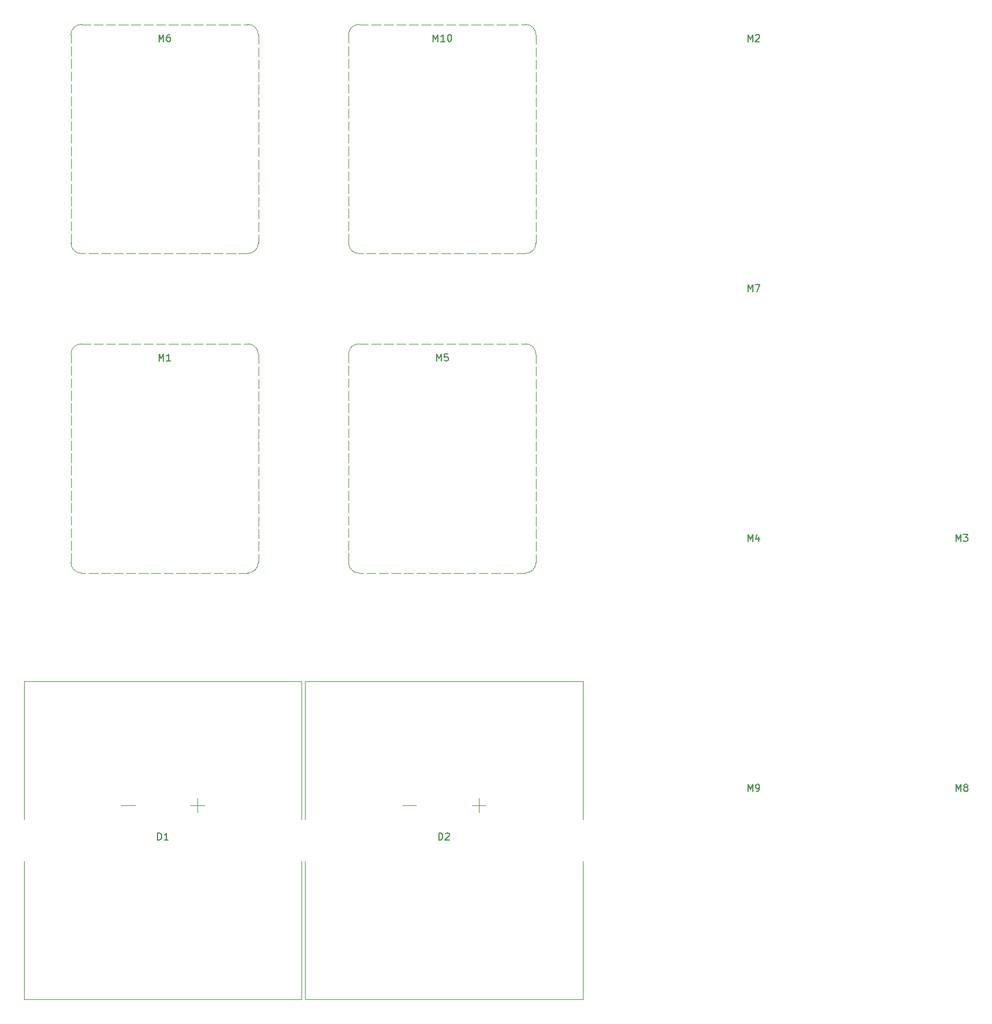
<source format=gbr>
%TF.GenerationSoftware,KiCad,Pcbnew,7.0.11+dfsg-1build4*%
%TF.CreationDate,2025-08-11T18:09:29+02:00*%
%TF.ProjectId,pendulum,70656e64-756c-4756-9d2e-6b696361645f,rev?*%
%TF.SameCoordinates,Original*%
%TF.FileFunction,Legend,Top*%
%TF.FilePolarity,Positive*%
%FSLAX46Y46*%
G04 Gerber Fmt 4.6, Leading zero omitted, Abs format (unit mm)*
G04 Created by KiCad (PCBNEW 7.0.11+dfsg-1build4) date 2025-08-11 18:09:29*
%MOMM*%
%LPD*%
G01*
G04 APERTURE LIST*
%ADD10C,0.150000*%
%ADD11C,0.120000*%
G04 APERTURE END LIST*
D10*
X185590476Y-112404819D02*
X185590476Y-111404819D01*
X185590476Y-111404819D02*
X185923809Y-112119104D01*
X185923809Y-112119104D02*
X186257142Y-111404819D01*
X186257142Y-111404819D02*
X186257142Y-112404819D01*
X187209523Y-111404819D02*
X186733333Y-111404819D01*
X186733333Y-111404819D02*
X186685714Y-111881009D01*
X186685714Y-111881009D02*
X186733333Y-111833390D01*
X186733333Y-111833390D02*
X186828571Y-111785771D01*
X186828571Y-111785771D02*
X187066666Y-111785771D01*
X187066666Y-111785771D02*
X187161904Y-111833390D01*
X187161904Y-111833390D02*
X187209523Y-111881009D01*
X187209523Y-111881009D02*
X187257142Y-111976247D01*
X187257142Y-111976247D02*
X187257142Y-112214342D01*
X187257142Y-112214342D02*
X187209523Y-112309580D01*
X187209523Y-112309580D02*
X187161904Y-112357200D01*
X187161904Y-112357200D02*
X187066666Y-112404819D01*
X187066666Y-112404819D02*
X186828571Y-112404819D01*
X186828571Y-112404819D02*
X186733333Y-112357200D01*
X186733333Y-112357200D02*
X186685714Y-112309580D01*
X185911905Y-181404819D02*
X185911905Y-180404819D01*
X185911905Y-180404819D02*
X186150000Y-180404819D01*
X186150000Y-180404819D02*
X186292857Y-180452438D01*
X186292857Y-180452438D02*
X186388095Y-180547676D01*
X186388095Y-180547676D02*
X186435714Y-180642914D01*
X186435714Y-180642914D02*
X186483333Y-180833390D01*
X186483333Y-180833390D02*
X186483333Y-180976247D01*
X186483333Y-180976247D02*
X186435714Y-181166723D01*
X186435714Y-181166723D02*
X186388095Y-181261961D01*
X186388095Y-181261961D02*
X186292857Y-181357200D01*
X186292857Y-181357200D02*
X186150000Y-181404819D01*
X186150000Y-181404819D02*
X185911905Y-181404819D01*
X186864286Y-180500057D02*
X186911905Y-180452438D01*
X186911905Y-180452438D02*
X187007143Y-180404819D01*
X187007143Y-180404819D02*
X187245238Y-180404819D01*
X187245238Y-180404819D02*
X187340476Y-180452438D01*
X187340476Y-180452438D02*
X187388095Y-180500057D01*
X187388095Y-180500057D02*
X187435714Y-180595295D01*
X187435714Y-180595295D02*
X187435714Y-180690533D01*
X187435714Y-180690533D02*
X187388095Y-180833390D01*
X187388095Y-180833390D02*
X186816667Y-181404819D01*
X186816667Y-181404819D02*
X187435714Y-181404819D01*
X230440476Y-138404819D02*
X230440476Y-137404819D01*
X230440476Y-137404819D02*
X230773809Y-138119104D01*
X230773809Y-138119104D02*
X231107142Y-137404819D01*
X231107142Y-137404819D02*
X231107142Y-138404819D01*
X232011904Y-137738152D02*
X232011904Y-138404819D01*
X231773809Y-137357200D02*
X231535714Y-138071485D01*
X231535714Y-138071485D02*
X232154761Y-138071485D01*
X145411905Y-181404819D02*
X145411905Y-180404819D01*
X145411905Y-180404819D02*
X145650000Y-180404819D01*
X145650000Y-180404819D02*
X145792857Y-180452438D01*
X145792857Y-180452438D02*
X145888095Y-180547676D01*
X145888095Y-180547676D02*
X145935714Y-180642914D01*
X145935714Y-180642914D02*
X145983333Y-180833390D01*
X145983333Y-180833390D02*
X145983333Y-180976247D01*
X145983333Y-180976247D02*
X145935714Y-181166723D01*
X145935714Y-181166723D02*
X145888095Y-181261961D01*
X145888095Y-181261961D02*
X145792857Y-181357200D01*
X145792857Y-181357200D02*
X145650000Y-181404819D01*
X145650000Y-181404819D02*
X145411905Y-181404819D01*
X146935714Y-181404819D02*
X146364286Y-181404819D01*
X146650000Y-181404819D02*
X146650000Y-180404819D01*
X146650000Y-180404819D02*
X146554762Y-180547676D01*
X146554762Y-180547676D02*
X146459524Y-180642914D01*
X146459524Y-180642914D02*
X146364286Y-180690533D01*
X185114286Y-66404819D02*
X185114286Y-65404819D01*
X185114286Y-65404819D02*
X185447619Y-66119104D01*
X185447619Y-66119104D02*
X185780952Y-65404819D01*
X185780952Y-65404819D02*
X185780952Y-66404819D01*
X186780952Y-66404819D02*
X186209524Y-66404819D01*
X186495238Y-66404819D02*
X186495238Y-65404819D01*
X186495238Y-65404819D02*
X186400000Y-65547676D01*
X186400000Y-65547676D02*
X186304762Y-65642914D01*
X186304762Y-65642914D02*
X186209524Y-65690533D01*
X187400000Y-65404819D02*
X187495238Y-65404819D01*
X187495238Y-65404819D02*
X187590476Y-65452438D01*
X187590476Y-65452438D02*
X187638095Y-65500057D01*
X187638095Y-65500057D02*
X187685714Y-65595295D01*
X187685714Y-65595295D02*
X187733333Y-65785771D01*
X187733333Y-65785771D02*
X187733333Y-66023866D01*
X187733333Y-66023866D02*
X187685714Y-66214342D01*
X187685714Y-66214342D02*
X187638095Y-66309580D01*
X187638095Y-66309580D02*
X187590476Y-66357200D01*
X187590476Y-66357200D02*
X187495238Y-66404819D01*
X187495238Y-66404819D02*
X187400000Y-66404819D01*
X187400000Y-66404819D02*
X187304762Y-66357200D01*
X187304762Y-66357200D02*
X187257143Y-66309580D01*
X187257143Y-66309580D02*
X187209524Y-66214342D01*
X187209524Y-66214342D02*
X187161905Y-66023866D01*
X187161905Y-66023866D02*
X187161905Y-65785771D01*
X187161905Y-65785771D02*
X187209524Y-65595295D01*
X187209524Y-65595295D02*
X187257143Y-65500057D01*
X187257143Y-65500057D02*
X187304762Y-65452438D01*
X187304762Y-65452438D02*
X187400000Y-65404819D01*
X145590476Y-112404819D02*
X145590476Y-111404819D01*
X145590476Y-111404819D02*
X145923809Y-112119104D01*
X145923809Y-112119104D02*
X146257142Y-111404819D01*
X146257142Y-111404819D02*
X146257142Y-112404819D01*
X147257142Y-112404819D02*
X146685714Y-112404819D01*
X146971428Y-112404819D02*
X146971428Y-111404819D01*
X146971428Y-111404819D02*
X146876190Y-111547676D01*
X146876190Y-111547676D02*
X146780952Y-111642914D01*
X146780952Y-111642914D02*
X146685714Y-111690533D01*
X230440476Y-66404819D02*
X230440476Y-65404819D01*
X230440476Y-65404819D02*
X230773809Y-66119104D01*
X230773809Y-66119104D02*
X231107142Y-65404819D01*
X231107142Y-65404819D02*
X231107142Y-66404819D01*
X231535714Y-65500057D02*
X231583333Y-65452438D01*
X231583333Y-65452438D02*
X231678571Y-65404819D01*
X231678571Y-65404819D02*
X231916666Y-65404819D01*
X231916666Y-65404819D02*
X232011904Y-65452438D01*
X232011904Y-65452438D02*
X232059523Y-65500057D01*
X232059523Y-65500057D02*
X232107142Y-65595295D01*
X232107142Y-65595295D02*
X232107142Y-65690533D01*
X232107142Y-65690533D02*
X232059523Y-65833390D01*
X232059523Y-65833390D02*
X231488095Y-66404819D01*
X231488095Y-66404819D02*
X232107142Y-66404819D01*
X260440476Y-174404819D02*
X260440476Y-173404819D01*
X260440476Y-173404819D02*
X260773809Y-174119104D01*
X260773809Y-174119104D02*
X261107142Y-173404819D01*
X261107142Y-173404819D02*
X261107142Y-174404819D01*
X261726190Y-173833390D02*
X261630952Y-173785771D01*
X261630952Y-173785771D02*
X261583333Y-173738152D01*
X261583333Y-173738152D02*
X261535714Y-173642914D01*
X261535714Y-173642914D02*
X261535714Y-173595295D01*
X261535714Y-173595295D02*
X261583333Y-173500057D01*
X261583333Y-173500057D02*
X261630952Y-173452438D01*
X261630952Y-173452438D02*
X261726190Y-173404819D01*
X261726190Y-173404819D02*
X261916666Y-173404819D01*
X261916666Y-173404819D02*
X262011904Y-173452438D01*
X262011904Y-173452438D02*
X262059523Y-173500057D01*
X262059523Y-173500057D02*
X262107142Y-173595295D01*
X262107142Y-173595295D02*
X262107142Y-173642914D01*
X262107142Y-173642914D02*
X262059523Y-173738152D01*
X262059523Y-173738152D02*
X262011904Y-173785771D01*
X262011904Y-173785771D02*
X261916666Y-173833390D01*
X261916666Y-173833390D02*
X261726190Y-173833390D01*
X261726190Y-173833390D02*
X261630952Y-173881009D01*
X261630952Y-173881009D02*
X261583333Y-173928628D01*
X261583333Y-173928628D02*
X261535714Y-174023866D01*
X261535714Y-174023866D02*
X261535714Y-174214342D01*
X261535714Y-174214342D02*
X261583333Y-174309580D01*
X261583333Y-174309580D02*
X261630952Y-174357200D01*
X261630952Y-174357200D02*
X261726190Y-174404819D01*
X261726190Y-174404819D02*
X261916666Y-174404819D01*
X261916666Y-174404819D02*
X262011904Y-174357200D01*
X262011904Y-174357200D02*
X262059523Y-174309580D01*
X262059523Y-174309580D02*
X262107142Y-174214342D01*
X262107142Y-174214342D02*
X262107142Y-174023866D01*
X262107142Y-174023866D02*
X262059523Y-173928628D01*
X262059523Y-173928628D02*
X262011904Y-173881009D01*
X262011904Y-173881009D02*
X261916666Y-173833390D01*
X230440476Y-174404819D02*
X230440476Y-173404819D01*
X230440476Y-173404819D02*
X230773809Y-174119104D01*
X230773809Y-174119104D02*
X231107142Y-173404819D01*
X231107142Y-173404819D02*
X231107142Y-174404819D01*
X231630952Y-174404819D02*
X231821428Y-174404819D01*
X231821428Y-174404819D02*
X231916666Y-174357200D01*
X231916666Y-174357200D02*
X231964285Y-174309580D01*
X231964285Y-174309580D02*
X232059523Y-174166723D01*
X232059523Y-174166723D02*
X232107142Y-173976247D01*
X232107142Y-173976247D02*
X232107142Y-173595295D01*
X232107142Y-173595295D02*
X232059523Y-173500057D01*
X232059523Y-173500057D02*
X232011904Y-173452438D01*
X232011904Y-173452438D02*
X231916666Y-173404819D01*
X231916666Y-173404819D02*
X231726190Y-173404819D01*
X231726190Y-173404819D02*
X231630952Y-173452438D01*
X231630952Y-173452438D02*
X231583333Y-173500057D01*
X231583333Y-173500057D02*
X231535714Y-173595295D01*
X231535714Y-173595295D02*
X231535714Y-173833390D01*
X231535714Y-173833390D02*
X231583333Y-173928628D01*
X231583333Y-173928628D02*
X231630952Y-173976247D01*
X231630952Y-173976247D02*
X231726190Y-174023866D01*
X231726190Y-174023866D02*
X231916666Y-174023866D01*
X231916666Y-174023866D02*
X232011904Y-173976247D01*
X232011904Y-173976247D02*
X232059523Y-173928628D01*
X232059523Y-173928628D02*
X232107142Y-173833390D01*
X260440476Y-138404819D02*
X260440476Y-137404819D01*
X260440476Y-137404819D02*
X260773809Y-138119104D01*
X260773809Y-138119104D02*
X261107142Y-137404819D01*
X261107142Y-137404819D02*
X261107142Y-138404819D01*
X261488095Y-137404819D02*
X262107142Y-137404819D01*
X262107142Y-137404819D02*
X261773809Y-137785771D01*
X261773809Y-137785771D02*
X261916666Y-137785771D01*
X261916666Y-137785771D02*
X262011904Y-137833390D01*
X262011904Y-137833390D02*
X262059523Y-137881009D01*
X262059523Y-137881009D02*
X262107142Y-137976247D01*
X262107142Y-137976247D02*
X262107142Y-138214342D01*
X262107142Y-138214342D02*
X262059523Y-138309580D01*
X262059523Y-138309580D02*
X262011904Y-138357200D01*
X262011904Y-138357200D02*
X261916666Y-138404819D01*
X261916666Y-138404819D02*
X261630952Y-138404819D01*
X261630952Y-138404819D02*
X261535714Y-138357200D01*
X261535714Y-138357200D02*
X261488095Y-138309580D01*
X145590476Y-66404819D02*
X145590476Y-65404819D01*
X145590476Y-65404819D02*
X145923809Y-66119104D01*
X145923809Y-66119104D02*
X146257142Y-65404819D01*
X146257142Y-65404819D02*
X146257142Y-66404819D01*
X147161904Y-65404819D02*
X146971428Y-65404819D01*
X146971428Y-65404819D02*
X146876190Y-65452438D01*
X146876190Y-65452438D02*
X146828571Y-65500057D01*
X146828571Y-65500057D02*
X146733333Y-65642914D01*
X146733333Y-65642914D02*
X146685714Y-65833390D01*
X146685714Y-65833390D02*
X146685714Y-66214342D01*
X146685714Y-66214342D02*
X146733333Y-66309580D01*
X146733333Y-66309580D02*
X146780952Y-66357200D01*
X146780952Y-66357200D02*
X146876190Y-66404819D01*
X146876190Y-66404819D02*
X147066666Y-66404819D01*
X147066666Y-66404819D02*
X147161904Y-66357200D01*
X147161904Y-66357200D02*
X147209523Y-66309580D01*
X147209523Y-66309580D02*
X147257142Y-66214342D01*
X147257142Y-66214342D02*
X147257142Y-65976247D01*
X147257142Y-65976247D02*
X147209523Y-65881009D01*
X147209523Y-65881009D02*
X147161904Y-65833390D01*
X147161904Y-65833390D02*
X147066666Y-65785771D01*
X147066666Y-65785771D02*
X146876190Y-65785771D01*
X146876190Y-65785771D02*
X146780952Y-65833390D01*
X146780952Y-65833390D02*
X146733333Y-65881009D01*
X146733333Y-65881009D02*
X146685714Y-65976247D01*
X230440476Y-102404819D02*
X230440476Y-101404819D01*
X230440476Y-101404819D02*
X230773809Y-102119104D01*
X230773809Y-102119104D02*
X231107142Y-101404819D01*
X231107142Y-101404819D02*
X231107142Y-102404819D01*
X231488095Y-101404819D02*
X232154761Y-101404819D01*
X232154761Y-101404819D02*
X231726190Y-102404819D01*
D11*
%TO.C,M5*%
X172900000Y-141450000D02*
X172900000Y-140130000D01*
X172900000Y-139650000D02*
X172900000Y-138330000D01*
X172900000Y-137850000D02*
X172900000Y-136530000D01*
X172900000Y-136050000D02*
X172900000Y-134730000D01*
X172900000Y-134250000D02*
X172900000Y-132930000D01*
X172900000Y-132450000D02*
X172900000Y-131130000D01*
X172900000Y-130650000D02*
X172900000Y-129330000D01*
X172900000Y-128850000D02*
X172900000Y-127530000D01*
X172900000Y-127050000D02*
X172900000Y-125730000D01*
X172900000Y-125250000D02*
X172900000Y-123930000D01*
X172900000Y-123450000D02*
X172900000Y-122130000D01*
X172900000Y-121650000D02*
X172900000Y-120330000D01*
X172900000Y-119850000D02*
X172900000Y-118530000D01*
X172900000Y-118050000D02*
X172900000Y-116730000D01*
X172900000Y-116250000D02*
X172900000Y-114930000D01*
X172900000Y-114450000D02*
X172900000Y-113130000D01*
X172900000Y-112650000D02*
X172900000Y-111450000D01*
X174400000Y-109950000D02*
X175720000Y-109950000D01*
X176200000Y-109950000D02*
X177520000Y-109950000D01*
X178000000Y-109950000D02*
X179320000Y-109950000D01*
X179800000Y-109950000D02*
X181120000Y-109950000D01*
X181600000Y-109950000D02*
X182920000Y-109950000D01*
X183400000Y-109950000D02*
X184720000Y-109950000D01*
X185200000Y-109950000D02*
X186520000Y-109950000D01*
X187000000Y-109950000D02*
X188320000Y-109950000D01*
X188800000Y-109950000D02*
X190120000Y-109950000D01*
X190600000Y-109950000D02*
X191920000Y-109950000D01*
X192400000Y-109950000D02*
X193720000Y-109950000D01*
X194200000Y-109950000D02*
X195520000Y-109950000D01*
X196000000Y-109950000D02*
X197320000Y-109950000D01*
X197800000Y-109950000D02*
X198400000Y-109950000D01*
X198400000Y-142950000D02*
X197080000Y-142950000D01*
X196600000Y-142950000D02*
X195280000Y-142950000D01*
X194800000Y-142950000D02*
X193480000Y-142950000D01*
X193000000Y-142950000D02*
X191680000Y-142950000D01*
X191200000Y-142950000D02*
X189880000Y-142950000D01*
X189400000Y-142950000D02*
X188080000Y-142950000D01*
X187600000Y-142950000D02*
X186280000Y-142950000D01*
X185800000Y-142950000D02*
X184480000Y-142950000D01*
X184000000Y-142950000D02*
X182680000Y-142950000D01*
X182200000Y-142950000D02*
X180880000Y-142950000D01*
X180400000Y-142950000D02*
X179080000Y-142950000D01*
X178600000Y-142950000D02*
X177280000Y-142950000D01*
X176800000Y-142950000D02*
X175480000Y-142950000D01*
X175000000Y-142950000D02*
X174400000Y-142950000D01*
X199900000Y-111450000D02*
X199900000Y-112770000D01*
X199900000Y-113250000D02*
X199900000Y-114570000D01*
X199900000Y-115050000D02*
X199900000Y-116370000D01*
X199900000Y-116850000D02*
X199900000Y-118170000D01*
X199900000Y-118650000D02*
X199900000Y-119970000D01*
X199900000Y-120450000D02*
X199900000Y-121770000D01*
X199900000Y-122250000D02*
X199900000Y-123570000D01*
X199900000Y-124050000D02*
X199900000Y-125370000D01*
X199900000Y-125850000D02*
X199900000Y-127170000D01*
X199900000Y-127650000D02*
X199900000Y-128970000D01*
X199900000Y-129450000D02*
X199900000Y-130770000D01*
X199900000Y-131250000D02*
X199900000Y-132570000D01*
X199900000Y-133050000D02*
X199900000Y-134370000D01*
X199900000Y-134850000D02*
X199900000Y-136170000D01*
X199900000Y-136650000D02*
X199900000Y-137970000D01*
X199900000Y-138450000D02*
X199900000Y-139770000D01*
X199900000Y-140250000D02*
X199900000Y-141450000D01*
X174400000Y-109950000D02*
G75*
G03*
X172900000Y-111450000I1J-1500001D01*
G01*
X172900000Y-141450000D02*
G75*
G03*
X174400000Y-142950000I1500001J1D01*
G01*
X199900000Y-111450000D02*
G75*
G03*
X198400000Y-109950000I-1500000J0D01*
G01*
X198400000Y-142950000D02*
G75*
G03*
X199900000Y-141450000I0J1500000D01*
G01*
%TO.C,D2*%
X166650000Y-158550000D02*
X166650000Y-178450000D01*
X166650000Y-184450000D02*
X166650000Y-204350000D01*
X180650000Y-176450000D02*
X182650000Y-176450000D01*
X190650000Y-176450000D02*
X192650000Y-176450000D01*
X191650000Y-177450000D02*
X191650000Y-175450000D01*
X206650000Y-158550000D02*
X166650000Y-158550000D01*
X206650000Y-178450000D02*
X206650000Y-158550000D01*
X206650000Y-204350000D02*
X166650000Y-204350000D01*
X206650000Y-204350000D02*
X206650000Y-184450000D01*
%TO.C,D1*%
X126150000Y-158550000D02*
X126150000Y-178450000D01*
X126150000Y-184450000D02*
X126150000Y-204350000D01*
X140150000Y-176450000D02*
X142150000Y-176450000D01*
X150150000Y-176450000D02*
X152150000Y-176450000D01*
X151150000Y-177450000D02*
X151150000Y-175450000D01*
X166150000Y-158550000D02*
X126150000Y-158550000D01*
X166150000Y-178450000D02*
X166150000Y-158550000D01*
X166150000Y-204350000D02*
X126150000Y-204350000D01*
X166150000Y-204350000D02*
X166150000Y-184450000D01*
%TO.C,M10*%
X172900000Y-95450000D02*
X172900000Y-94130000D01*
X172900000Y-93650000D02*
X172900000Y-92330000D01*
X172900000Y-91850000D02*
X172900000Y-90530000D01*
X172900000Y-90050000D02*
X172900000Y-88730000D01*
X172900000Y-88250000D02*
X172900000Y-86930000D01*
X172900000Y-86450000D02*
X172900000Y-85130000D01*
X172900000Y-84650000D02*
X172900000Y-83330000D01*
X172900000Y-82850000D02*
X172900000Y-81530000D01*
X172900000Y-81050000D02*
X172900000Y-79730000D01*
X172900000Y-79250000D02*
X172900000Y-77930000D01*
X172900000Y-77450000D02*
X172900000Y-76130000D01*
X172900000Y-75650000D02*
X172900000Y-74330000D01*
X172900000Y-73850000D02*
X172900000Y-72530000D01*
X172900000Y-72050000D02*
X172900000Y-70730000D01*
X172900000Y-70250000D02*
X172900000Y-68930000D01*
X172900000Y-68450000D02*
X172900000Y-67130000D01*
X172900000Y-66650000D02*
X172900000Y-65450000D01*
X174400000Y-63950000D02*
X175720000Y-63950000D01*
X176200000Y-63950000D02*
X177520000Y-63950000D01*
X178000000Y-63950000D02*
X179320000Y-63950000D01*
X179800000Y-63950000D02*
X181120000Y-63950000D01*
X181600000Y-63950000D02*
X182920000Y-63950000D01*
X183400000Y-63950000D02*
X184720000Y-63950000D01*
X185200000Y-63950000D02*
X186520000Y-63950000D01*
X187000000Y-63950000D02*
X188320000Y-63950000D01*
X188800000Y-63950000D02*
X190120000Y-63950000D01*
X190600000Y-63950000D02*
X191920000Y-63950000D01*
X192400000Y-63950000D02*
X193720000Y-63950000D01*
X194200000Y-63950000D02*
X195520000Y-63950000D01*
X196000000Y-63950000D02*
X197320000Y-63950000D01*
X197800000Y-63950000D02*
X198400000Y-63950000D01*
X198400000Y-96950000D02*
X197080000Y-96950000D01*
X196600000Y-96950000D02*
X195280000Y-96950000D01*
X194800000Y-96950000D02*
X193480000Y-96950000D01*
X193000000Y-96950000D02*
X191680000Y-96950000D01*
X191200000Y-96950000D02*
X189880000Y-96950000D01*
X189400000Y-96950000D02*
X188080000Y-96950000D01*
X187600000Y-96950000D02*
X186280000Y-96950000D01*
X185800000Y-96950000D02*
X184480000Y-96950000D01*
X184000000Y-96950000D02*
X182680000Y-96950000D01*
X182200000Y-96950000D02*
X180880000Y-96950000D01*
X180400000Y-96950000D02*
X179080000Y-96950000D01*
X178600000Y-96950000D02*
X177280000Y-96950000D01*
X176800000Y-96950000D02*
X175480000Y-96950000D01*
X175000000Y-96950000D02*
X174400000Y-96950000D01*
X199900000Y-65450000D02*
X199900000Y-66770000D01*
X199900000Y-67250000D02*
X199900000Y-68570000D01*
X199900000Y-69050000D02*
X199900000Y-70370000D01*
X199900000Y-70850000D02*
X199900000Y-72170000D01*
X199900000Y-72650000D02*
X199900000Y-73970000D01*
X199900000Y-74450000D02*
X199900000Y-75770000D01*
X199900000Y-76250000D02*
X199900000Y-77570000D01*
X199900000Y-78050000D02*
X199900000Y-79370000D01*
X199900000Y-79850000D02*
X199900000Y-81170000D01*
X199900000Y-81650000D02*
X199900000Y-82970000D01*
X199900000Y-83450000D02*
X199900000Y-84770000D01*
X199900000Y-85250000D02*
X199900000Y-86570000D01*
X199900000Y-87050000D02*
X199900000Y-88370000D01*
X199900000Y-88850000D02*
X199900000Y-90170000D01*
X199900000Y-90650000D02*
X199900000Y-91970000D01*
X199900000Y-92450000D02*
X199900000Y-93770000D01*
X199900000Y-94250000D02*
X199900000Y-95450000D01*
X174400000Y-63950000D02*
G75*
G03*
X172900000Y-65450000I1J-1500001D01*
G01*
X172900000Y-95450000D02*
G75*
G03*
X174400000Y-96950000I1500001J1D01*
G01*
X199900000Y-65450000D02*
G75*
G03*
X198400000Y-63950000I-1500000J0D01*
G01*
X198400000Y-96950000D02*
G75*
G03*
X199900000Y-95450000I0J1500000D01*
G01*
%TO.C,M1*%
X132900000Y-141450000D02*
X132900000Y-140130000D01*
X132900000Y-139650000D02*
X132900000Y-138330000D01*
X132900000Y-137850000D02*
X132900000Y-136530000D01*
X132900000Y-136050000D02*
X132900000Y-134730000D01*
X132900000Y-134250000D02*
X132900000Y-132930000D01*
X132900000Y-132450000D02*
X132900000Y-131130000D01*
X132900000Y-130650000D02*
X132900000Y-129330000D01*
X132900000Y-128850000D02*
X132900000Y-127530000D01*
X132900000Y-127050000D02*
X132900000Y-125730000D01*
X132900000Y-125250000D02*
X132900000Y-123930000D01*
X132900000Y-123450000D02*
X132900000Y-122130000D01*
X132900000Y-121650000D02*
X132900000Y-120330000D01*
X132900000Y-119850000D02*
X132900000Y-118530000D01*
X132900000Y-118050000D02*
X132900000Y-116730000D01*
X132900000Y-116250000D02*
X132900000Y-114930000D01*
X132900000Y-114450000D02*
X132900000Y-113130000D01*
X132900000Y-112650000D02*
X132900000Y-111450000D01*
X134400000Y-109950000D02*
X135720000Y-109950000D01*
X136200000Y-109950000D02*
X137520000Y-109950000D01*
X138000000Y-109950000D02*
X139320000Y-109950000D01*
X139800000Y-109950000D02*
X141120000Y-109950000D01*
X141600000Y-109950000D02*
X142920000Y-109950000D01*
X143400000Y-109950000D02*
X144720000Y-109950000D01*
X145200000Y-109950000D02*
X146520000Y-109950000D01*
X147000000Y-109950000D02*
X148320000Y-109950000D01*
X148800000Y-109950000D02*
X150120000Y-109950000D01*
X150600000Y-109950000D02*
X151920000Y-109950000D01*
X152400000Y-109950000D02*
X153720000Y-109950000D01*
X154200000Y-109950000D02*
X155520000Y-109950000D01*
X156000000Y-109950000D02*
X157320000Y-109950000D01*
X157800000Y-109950000D02*
X158400000Y-109950000D01*
X158400000Y-142950000D02*
X157080000Y-142950000D01*
X156600000Y-142950000D02*
X155280000Y-142950000D01*
X154800000Y-142950000D02*
X153480000Y-142950000D01*
X153000000Y-142950000D02*
X151680000Y-142950000D01*
X151200000Y-142950000D02*
X149880000Y-142950000D01*
X149400000Y-142950000D02*
X148080000Y-142950000D01*
X147600000Y-142950000D02*
X146280000Y-142950000D01*
X145800000Y-142950000D02*
X144480000Y-142950000D01*
X144000000Y-142950000D02*
X142680000Y-142950000D01*
X142200000Y-142950000D02*
X140880000Y-142950000D01*
X140400000Y-142950000D02*
X139080000Y-142950000D01*
X138600000Y-142950000D02*
X137280000Y-142950000D01*
X136800000Y-142950000D02*
X135480000Y-142950000D01*
X135000000Y-142950000D02*
X134400000Y-142950000D01*
X159900000Y-111450000D02*
X159900000Y-112770000D01*
X159900000Y-113250000D02*
X159900000Y-114570000D01*
X159900000Y-115050000D02*
X159900000Y-116370000D01*
X159900000Y-116850000D02*
X159900000Y-118170000D01*
X159900000Y-118650000D02*
X159900000Y-119970000D01*
X159900000Y-120450000D02*
X159900000Y-121770000D01*
X159900000Y-122250000D02*
X159900000Y-123570000D01*
X159900000Y-124050000D02*
X159900000Y-125370000D01*
X159900000Y-125850000D02*
X159900000Y-127170000D01*
X159900000Y-127650000D02*
X159900000Y-128970000D01*
X159900000Y-129450000D02*
X159900000Y-130770000D01*
X159900000Y-131250000D02*
X159900000Y-132570000D01*
X159900000Y-133050000D02*
X159900000Y-134370000D01*
X159900000Y-134850000D02*
X159900000Y-136170000D01*
X159900000Y-136650000D02*
X159900000Y-137970000D01*
X159900000Y-138450000D02*
X159900000Y-139770000D01*
X159900000Y-140250000D02*
X159900000Y-141450000D01*
X134400000Y-109950000D02*
G75*
G03*
X132900000Y-111450000I1J-1500001D01*
G01*
X132900000Y-141450000D02*
G75*
G03*
X134400000Y-142950000I1500001J1D01*
G01*
X159900000Y-111450000D02*
G75*
G03*
X158400000Y-109950000I-1500000J0D01*
G01*
X158400000Y-142950000D02*
G75*
G03*
X159900000Y-141450000I0J1500000D01*
G01*
%TO.C,M6*%
X132900000Y-95450000D02*
X132900000Y-94130000D01*
X132900000Y-93650000D02*
X132900000Y-92330000D01*
X132900000Y-91850000D02*
X132900000Y-90530000D01*
X132900000Y-90050000D02*
X132900000Y-88730000D01*
X132900000Y-88250000D02*
X132900000Y-86930000D01*
X132900000Y-86450000D02*
X132900000Y-85130000D01*
X132900000Y-84650000D02*
X132900000Y-83330000D01*
X132900000Y-82850000D02*
X132900000Y-81530000D01*
X132900000Y-81050000D02*
X132900000Y-79730000D01*
X132900000Y-79250000D02*
X132900000Y-77930000D01*
X132900000Y-77450000D02*
X132900000Y-76130000D01*
X132900000Y-75650000D02*
X132900000Y-74330000D01*
X132900000Y-73850000D02*
X132900000Y-72530000D01*
X132900000Y-72050000D02*
X132900000Y-70730000D01*
X132900000Y-70250000D02*
X132900000Y-68930000D01*
X132900000Y-68450000D02*
X132900000Y-67130000D01*
X132900000Y-66650000D02*
X132900000Y-65450000D01*
X134400000Y-63950000D02*
X135720000Y-63950000D01*
X136200000Y-63950000D02*
X137520000Y-63950000D01*
X138000000Y-63950000D02*
X139320000Y-63950000D01*
X139800000Y-63950000D02*
X141120000Y-63950000D01*
X141600000Y-63950000D02*
X142920000Y-63950000D01*
X143400000Y-63950000D02*
X144720000Y-63950000D01*
X145200000Y-63950000D02*
X146520000Y-63950000D01*
X147000000Y-63950000D02*
X148320000Y-63950000D01*
X148800000Y-63950000D02*
X150120000Y-63950000D01*
X150600000Y-63950000D02*
X151920000Y-63950000D01*
X152400000Y-63950000D02*
X153720000Y-63950000D01*
X154200000Y-63950000D02*
X155520000Y-63950000D01*
X156000000Y-63950000D02*
X157320000Y-63950000D01*
X157800000Y-63950000D02*
X158400000Y-63950000D01*
X158400000Y-96950000D02*
X157080000Y-96950000D01*
X156600000Y-96950000D02*
X155280000Y-96950000D01*
X154800000Y-96950000D02*
X153480000Y-96950000D01*
X153000000Y-96950000D02*
X151680000Y-96950000D01*
X151200000Y-96950000D02*
X149880000Y-96950000D01*
X149400000Y-96950000D02*
X148080000Y-96950000D01*
X147600000Y-96950000D02*
X146280000Y-96950000D01*
X145800000Y-96950000D02*
X144480000Y-96950000D01*
X144000000Y-96950000D02*
X142680000Y-96950000D01*
X142200000Y-96950000D02*
X140880000Y-96950000D01*
X140400000Y-96950000D02*
X139080000Y-96950000D01*
X138600000Y-96950000D02*
X137280000Y-96950000D01*
X136800000Y-96950000D02*
X135480000Y-96950000D01*
X135000000Y-96950000D02*
X134400000Y-96950000D01*
X159900000Y-65450000D02*
X159900000Y-66770000D01*
X159900000Y-67250000D02*
X159900000Y-68570000D01*
X159900000Y-69050000D02*
X159900000Y-70370000D01*
X159900000Y-70850000D02*
X159900000Y-72170000D01*
X159900000Y-72650000D02*
X159900000Y-73970000D01*
X159900000Y-74450000D02*
X159900000Y-75770000D01*
X159900000Y-76250000D02*
X159900000Y-77570000D01*
X159900000Y-78050000D02*
X159900000Y-79370000D01*
X159900000Y-79850000D02*
X159900000Y-81170000D01*
X159900000Y-81650000D02*
X159900000Y-82970000D01*
X159900000Y-83450000D02*
X159900000Y-84770000D01*
X159900000Y-85250000D02*
X159900000Y-86570000D01*
X159900000Y-87050000D02*
X159900000Y-88370000D01*
X159900000Y-88850000D02*
X159900000Y-90170000D01*
X159900000Y-90650000D02*
X159900000Y-91970000D01*
X159900000Y-92450000D02*
X159900000Y-93770000D01*
X159900000Y-94250000D02*
X159900000Y-95450000D01*
X134400000Y-63950000D02*
G75*
G03*
X132900000Y-65450000I1J-1500001D01*
G01*
X132900000Y-95450000D02*
G75*
G03*
X134400000Y-96950000I1500001J1D01*
G01*
X159900000Y-65450000D02*
G75*
G03*
X158400000Y-63950000I-1500000J0D01*
G01*
X158400000Y-96950000D02*
G75*
G03*
X159900000Y-95450000I0J1500000D01*
G01*
%TD*%
M02*

</source>
